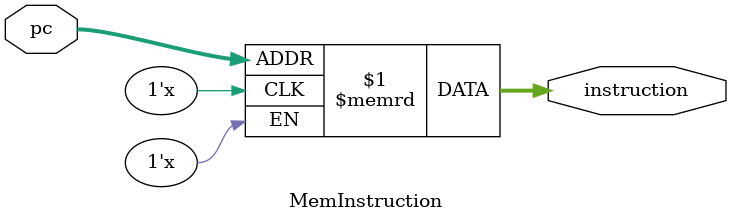
<source format=v>
module MemInstruction(pc,instruction); 
    
    input [31:0] pc; 
    output [31:0] instruction; 
    reg [31:0] regInstruction[511:0];//32 32-bit register 
    
    assign instruction = regInstruction[pc]; //assigns output to instruction 
endmodule 
</source>
